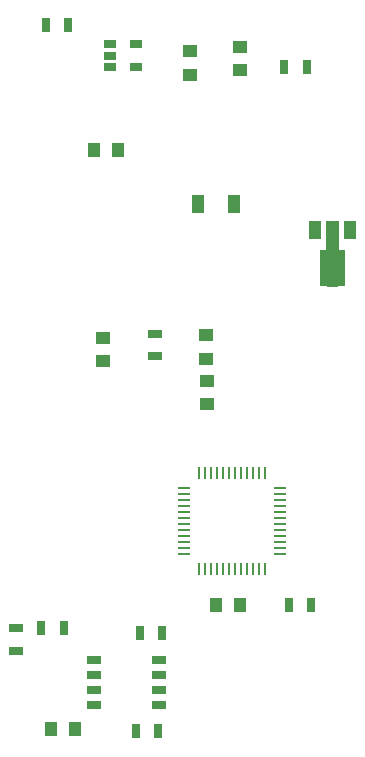
<source format=gbp>
G04 #@! TF.GenerationSoftware,KiCad,Pcbnew,5.1.7-a382d34a8~88~ubuntu18.04.1*
G04 #@! TF.CreationDate,2021-09-05T21:22:39+05:30*
G04 #@! TF.ProjectId,Sensor_PCB_v7,53656e73-6f72-45f5-9043-425f76372e6b,rev?*
G04 #@! TF.SameCoordinates,Original*
G04 #@! TF.FileFunction,Paste,Bot*
G04 #@! TF.FilePolarity,Positive*
%FSLAX46Y46*%
G04 Gerber Fmt 4.6, Leading zero omitted, Abs format (unit mm)*
G04 Created by KiCad (PCBNEW 5.1.7-a382d34a8~88~ubuntu18.04.1) date 2021-09-05 21:22:39*
%MOMM*%
%LPD*%
G01*
G04 APERTURE LIST*
%ADD10R,1.300000X0.700000*%
%ADD11R,1.000000X1.500000*%
%ADD12C,0.100000*%
%ADD13R,1.000000X0.230000*%
%ADD14R,0.230000X1.000000*%
%ADD15R,1.000000X1.250000*%
%ADD16R,1.250000X1.000000*%
%ADD17R,0.700000X1.300000*%
%ADD18R,1.060000X0.650000*%
%ADD19R,1.000000X1.600000*%
G04 APERTURE END LIST*
D10*
X38198200Y-76997600D03*
X38198200Y-78267600D03*
X38198200Y-75727600D03*
X38198200Y-74457600D03*
X32698200Y-76997600D03*
X32698200Y-78267600D03*
X32698200Y-75727600D03*
X32698200Y-74457600D03*
D11*
X51418500Y-38069000D03*
X54418500Y-38069000D03*
D12*
G36*
X52448049Y-37309920D02*
G01*
X52454311Y-37311566D01*
X52476613Y-37319000D01*
X53428500Y-37319000D01*
X53438255Y-37319961D01*
X53447634Y-37322806D01*
X53456279Y-37327427D01*
X53463855Y-37333645D01*
X53470073Y-37341221D01*
X53474694Y-37349866D01*
X53477539Y-37359245D01*
X53478500Y-37369000D01*
X53478500Y-39759000D01*
X53928500Y-39759000D01*
X53938255Y-39759961D01*
X53947634Y-39762806D01*
X53956279Y-39767427D01*
X53963855Y-39773645D01*
X53970073Y-39781221D01*
X53974694Y-39789866D01*
X53977539Y-39799245D01*
X53978500Y-39808831D01*
X53988500Y-42758831D01*
X53987572Y-42768588D01*
X53984759Y-42777977D01*
X53980167Y-42786637D01*
X53973975Y-42794235D01*
X53966419Y-42800479D01*
X53957791Y-42805129D01*
X53948421Y-42808006D01*
X53938500Y-42809000D01*
X53428500Y-42809000D01*
X53428500Y-42849000D01*
X52428500Y-42849000D01*
X52428500Y-42809000D01*
X51878500Y-42809000D01*
X51868745Y-42808039D01*
X51859366Y-42805194D01*
X51850721Y-42800573D01*
X51843145Y-42794355D01*
X51836927Y-42786779D01*
X51832306Y-42778134D01*
X51829461Y-42768755D01*
X51828500Y-42759000D01*
X51828500Y-39749000D01*
X51829461Y-39739245D01*
X51832306Y-39729866D01*
X51836927Y-39721221D01*
X51843145Y-39713645D01*
X51850721Y-39707427D01*
X51859366Y-39702806D01*
X51868745Y-39699961D01*
X51878500Y-39699000D01*
X52398290Y-39699000D01*
X52388500Y-37359209D01*
X52389420Y-37349451D01*
X52392226Y-37340059D01*
X52396811Y-37331396D01*
X52402997Y-37323793D01*
X52410548Y-37317543D01*
X52419173Y-37312886D01*
X52428540Y-37310002D01*
X52438291Y-37309000D01*
X52448049Y-37309920D01*
G37*
D13*
X48516500Y-60403700D03*
D14*
X47246500Y-66753700D03*
X46738500Y-66753700D03*
X46230500Y-66753700D03*
X45722500Y-66753700D03*
X45214500Y-66753700D03*
X44706500Y-66753700D03*
X44198500Y-66753700D03*
X43690500Y-66753700D03*
X43182500Y-66753700D03*
X42674500Y-66753700D03*
X42166500Y-66753700D03*
X41658500Y-66753700D03*
D13*
X40388500Y-65483700D03*
X40388500Y-64975700D03*
X40388500Y-63959700D03*
X40388500Y-63451700D03*
X40388500Y-62943700D03*
X40388500Y-62435700D03*
X40388500Y-61927700D03*
X40388500Y-61419700D03*
X40388500Y-60911700D03*
X40388500Y-60403700D03*
X40388500Y-59895700D03*
D14*
X42166500Y-58625700D03*
X42674500Y-58625700D03*
X43182500Y-58625700D03*
X43690500Y-58625700D03*
X44198500Y-58625700D03*
X44706500Y-58625700D03*
X45214500Y-58625700D03*
X45722500Y-58625700D03*
X46230500Y-58625700D03*
X46738500Y-58625700D03*
X47246500Y-58625700D03*
D13*
X48516500Y-59895700D03*
X48516500Y-60911700D03*
X48516500Y-61419700D03*
X48516500Y-61927700D03*
X48516500Y-62435700D03*
X48516500Y-62943700D03*
X48516500Y-63451700D03*
X48516500Y-63959700D03*
X48516500Y-64467700D03*
X48516500Y-64975700D03*
X48516500Y-65483700D03*
D14*
X41658500Y-58625700D03*
D13*
X40388500Y-64467700D03*
D10*
X26162000Y-73660000D03*
X26162000Y-71760000D03*
D15*
X45084200Y-69761100D03*
X43084200Y-69761100D03*
D16*
X42227500Y-48947600D03*
X42227500Y-46947600D03*
X42296100Y-50805800D03*
X42296100Y-52805800D03*
X33530500Y-47150800D03*
X33530500Y-49150800D03*
X45102800Y-22521200D03*
X45102800Y-24521200D03*
D15*
X34756600Y-31285180D03*
X32756600Y-31285180D03*
D16*
X40828000Y-24896300D03*
X40828000Y-22896300D03*
D17*
X49230200Y-69824600D03*
X51130200Y-69824600D03*
D10*
X37863800Y-48719800D03*
X37863800Y-46819800D03*
D17*
X28656200Y-20728900D03*
X30556200Y-20728900D03*
X50739100Y-24226500D03*
X48839100Y-24226500D03*
D18*
X34053600Y-24226600D03*
X34053600Y-23276600D03*
X34053600Y-22326600D03*
X36253600Y-22326600D03*
X36253600Y-24226600D03*
D19*
X41573300Y-35864800D03*
X44573300Y-35864800D03*
D15*
X31100800Y-80299600D03*
X29100800Y-80299600D03*
D17*
X36614000Y-72207100D03*
X38514000Y-72207100D03*
X30187900Y-71777900D03*
X28287900Y-71777900D03*
X38173700Y-80490100D03*
X36273700Y-80490100D03*
M02*

</source>
